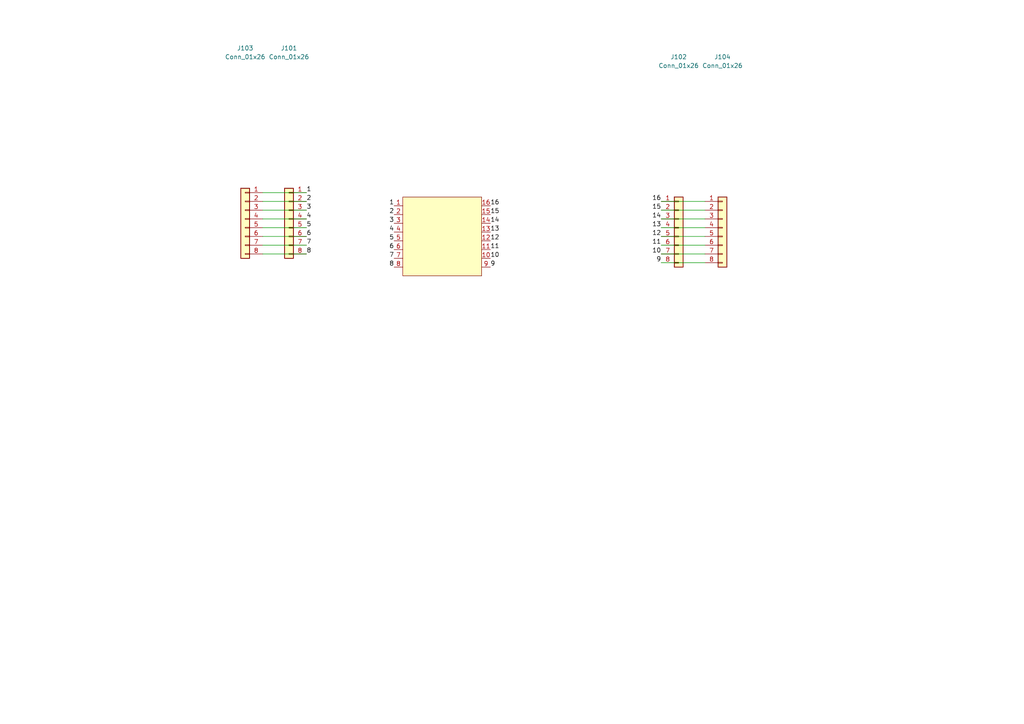
<source format=kicad_sch>
(kicad_sch (version 20250114) (generator "eeschema") (generator_version "9.0")
  (paper "A4")
  (lib_symbols
    (symbol "Connector_Generic:Conn_01x08" (pin_names (offset 1.016) (hide yes))
      (property "Reference" "J" (at 0 10.16 0))
      (property "Value" "Conn_01x08" (at 0 -12.7 0))
      (symbol "Conn_01x08_1_1"
        (rectangle (start -1.27 8.89) (end 1.27 -11.43) (stroke (width 0.254)) (fill (type background)))
        (rectangle (start -1.27 7.747) (end 0 7.493) (stroke (width 0.1524)))
        (rectangle (start -1.27 5.207) (end 0 4.953) (stroke (width 0.1524)))
        (rectangle (start -1.27 2.667) (end 0 2.413) (stroke (width 0.1524)))
        (rectangle (start -1.27 0.127) (end 0 -0.127) (stroke (width 0.1524)))
        (rectangle (start -1.27 -2.413) (end 0 -2.667) (stroke (width 0.1524)))
        (rectangle (start -1.27 -4.953) (end 0 -5.207) (stroke (width 0.1524)))
        (rectangle (start -1.27 -7.493) (end 0 -7.747) (stroke (width 0.1524)))
        (rectangle (start -1.27 -10.033) (end 0 -10.287) (stroke (width 0.1524)))
        (pin passive line (at -5.08 7.62 0) (length 3.81) (name "Pin_1") (number "1"))
        (pin passive line (at -5.08 5.08 0) (length 3.81) (name "Pin_2") (number "2"))
        (pin passive line (at -5.08 2.54 0) (length 3.81) (name "Pin_3") (number "3"))
        (pin passive line (at -5.08 0 0) (length 3.81) (name "Pin_4") (number "4"))
        (pin passive line (at -5.08 -2.54 0) (length 3.81) (name "Pin_5") (number "5"))
        (pin passive line (at -5.08 -5.08 0) (length 3.81) (name "Pin_6") (number "6"))
        (pin passive line (at -5.08 -7.62 0) (length 3.81) (name "Pin_7") (number "7"))
        (pin passive line (at -5.08 -10.16 0) (length 3.81) (name "Pin_8") (number "8"))
      )
    )
    (symbol "Interface_Ethernet:VSC8541XMV-0x"
      (symbol "VSC8541XMV-0x_0_0"
        (pin unspecified line (at -13.97 16.51 0) (length 2.54) (name "") (number "1"))
        (pin unspecified line (at -13.97 13.97 0) (length 2.54) (name "") (number "2"))
        (pin unspecified line (at -13.97 11.43 0) (length 2.54) (name "") (number "3"))
        (pin unspecified line (at -13.97 8.89 0) (length 2.54) (name "") (number "4"))
        (pin unspecified line (at -13.97 6.35 0) (length 2.54) (name "") (number "5"))
        (pin unspecified line (at -13.97 3.81 0) (length 2.54) (name "") (number "6"))
        (pin unspecified line (at -13.97 1.27 0) (length 2.54) (name "") (number "7"))
        (pin unspecified line (at -13.97 -1.27 0) (length 2.54) (name "") (number "8"))
      )
      (symbol "VSC8541XMV-0x_1_0"
        (pin unspecified line (at 13.97 16.51 180) (length 2.54) (name "") (number "16"))
        (pin unspecified line (at 13.97 13.97 180) (length 2.54) (name "") (number "15"))
        (pin unspecified line (at 13.97 11.43 180) (length 2.54) (name "") (number "14"))
        (pin unspecified line (at 13.97 8.89 180) (length 2.54) (name "") (number "13"))
        (pin unspecified line (at 13.97 6.35 180) (length 2.54) (name "") (number "12"))
        (pin unspecified line (at 13.97 3.81 180) (length 2.54) (name "") (number "11"))
        (pin unspecified line (at 13.97 1.27 180) (length 2.54) (name "") (number "10"))
        (pin unspecified line (at 13.97 -1.27 180) (length 2.54) (name "") (number "9"))
      )
      (symbol "VSC8541XMV-0x_1_1"
        (rectangle (start -11.43 19.05) (end 11.43 -3.81) (fill (type background)))
      )
    )
  )
  (wire (pts (xy 204.47 66.04) (xy 191.77 66.04)))
  (wire (pts (xy 76.2 60.96) (xy 88.9 60.96)))
  (wire (pts (xy 191.77 58.42) (xy 204.47 58.42)))
  (wire (pts (xy 76.2 55.88) (xy 88.9 55.88)))
  (wire (pts (xy 76.2 58.42) (xy 88.9 58.42)))
  (wire (pts (xy 76.2 63.5) (xy 88.9 63.5)))
  (wire (pts (xy 76.2 66.04) (xy 88.9 66.04)))
  (wire (pts (xy 76.2 73.66) (xy 88.9 73.66)))
  (wire (pts (xy 204.47 63.5) (xy 191.77 63.5)))
  (wire (pts (xy 191.77 60.96) (xy 204.47 60.96)))
  (wire (pts (xy 76.2 68.58) (xy 88.9 68.58)))
  (wire (pts (xy 191.77 76.2) (xy 204.47 76.2)))
  (wire (pts (xy 204.47 71.12) (xy 191.77 71.12)))
  (wire (pts (xy 191.77 73.66) (xy 204.47 73.66)))
  (wire (pts (xy 76.2 71.12) (xy 88.9 71.12)))
  (wire (pts (xy 204.47 68.58) (xy 191.77 68.58)))
  (label "10" (at 191.77 73.66 180))
  (label "12" (at 191.77 68.58 180))
  (label "6" (at 114.3 72.39 180))
  (label "7" (at 114.3 74.93 180))
  (label "9" (at 191.77 76.2 180))
  (label "5" (at 114.3 69.85 180))
  (label "16" (at 191.77 58.42 180))
  (label "13" (at 191.77 66.04 180))
  (label "3" (at 88.9 60.96 0))
  (label "8" (at 114.3 77.47 180))
  (label "4" (at 88.9 63.5 0))
  (label "2" (at 88.9 58.42 0))
  (label "15" (at 191.77 60.96 180))
  (label "11" (at 191.77 71.12 180))
  (label "1" (at 88.9 55.88 0))
  (label "3" (at 114.3 64.77 180))
  (label "1" (at 114.3 59.69 180))
  (label "2" (at 114.3 62.23 180))
  (label "4" (at 114.3 67.31 180))
  (label "5" (at 88.9 66.04 0))
  (label "6" (at 88.9 68.58 0))
  (label "7" (at 88.9 71.12 0))
  (label "8" (at 88.9 73.66 0))
  (label "15" (at 142.24 62.23 0))
  (label "16" (at 142.24 59.69 0))
  (label "14" (at 142.24 64.77 0))
  (label "13" (at 142.24 67.31 0))
  (label "9" (at 142.24 77.47 0))
  (label "10" (at 142.24 74.93 0))
  (label "11" (at 142.24 72.39 0))
  (label "12" (at 142.24 69.85 0))
  (label "14" (at 191.77 63.5 180))
  (symbol (lib_id "Interface_Ethernet:VSC8541XMV-0x") (at 128.27 76.2 0) (unit 1)
    (property "Reference" "U101" (effects (hide yes)))
    (property "Value" "SOIC-8" (effects (hide yes)))
    (property "Footprint" "Package_SO:SOIC-16_3.9x9.9mm_P1.27mm" (effects (hide yes)))
  )
  (symbol (lib_id "Connector_Generic:Conn_01x08") (at 209.55 66.04 0) (unit 1)
    (property "Reference" "J104" (at 209.55 16.51 0))
    (property "Value" "Conn_01x26" (at 209.55 19.05 0))
    (property "Footprint" "Connector_PinHeader_2.54mm:PinHeader_1x08_P2.54mm_Vertical_SMD_Pin1Right" (effects (hide yes)))
    (property "Description" "Generic connector, single row, 01x08, script generated (kicad-library-utils/schlib/autogen/connector/)" (effects (hide yes)))
  )
  (symbol (lib_id "Connector_Generic:Conn_01x08") (at 83.82 63.5 0) (mirror y) (unit 1)
    (property "Reference" "J101" (at 83.82 13.97 0))
    (property "Value" "Conn_01x26" (at 83.82 16.51 0))
    (property "Footprint" "Connector_PinHeader_2.54mm:PinHeader_1x08_P2.54mm_Vertical" (effects (hide yes)))
    (property "Description" "Generic connector, single row, 01x08, script generated (kicad-library-utils/schlib/autogen/connector/)" (effects (hide yes)))
  )
  (symbol (lib_id "Connector_Generic:Conn_01x08") (at 196.85 66.04 0) (unit 1)
    (property "Reference" "J102" (at 196.85 16.51 0))
    (property "Value" "Conn_01x26" (at 196.85 19.05 0))
    (property "Footprint" "Connector_PinHeader_2.54mm:PinHeader_1x08_P2.54mm_Vertical" (effects (hide yes)))
    (property "Description" "Generic connector, single row, 01x08, script generated (kicad-library-utils/schlib/autogen/connector/)" (effects (hide yes)))
  )
  (symbol (lib_id "Connector_Generic:Conn_01x08") (at 71.12 63.5 0) (mirror y) (unit 1)
    (property "Reference" "J103" (at 71.12 13.97 0))
    (property "Value" "Conn_01x26" (at 71.12 16.51 0))
    (property "Footprint" "Connector_PinHeader_2.54mm:PinHeader_1x08_P2.54mm_Vertical_SMD_Pin1Right" (effects (hide yes)))
    (property "Description" "Generic connector, single row, 01x08, script generated (kicad-library-utils/schlib/autogen/connector/)" (effects (hide yes)))
  )
)
</source>
